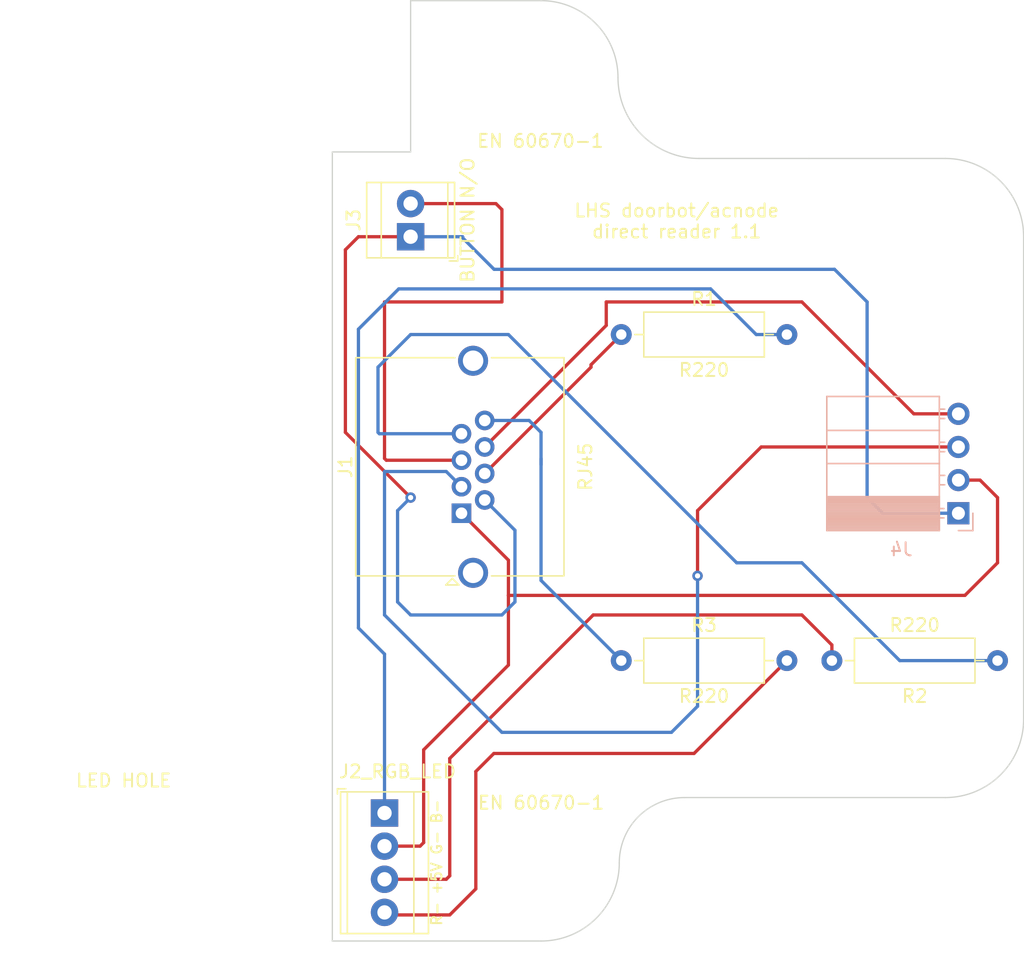
<source format=kicad_pcb>
(kicad_pcb (version 20211014) (generator pcbnew)
  (layers (0 "F.Cu" signal) (31 "B.Cu" signal) (34 "B.Paste" user) (35 "F.Paste" user) (36 "B.SilkS" user "B.Silkscreen") (37 "F.SilkS" user "F.Silkscreen") (38 "B.Mask" user) (39 "F.Mask" user) (44 "Edge.Cuts" user))
  (net 0 "")
  (net 1 "/+5V_Vcc")
  (net 2 "/PN532_TXD")
  (net 3 "/BTN")
  (net 4 "/GND")
  (net 5 "/CAT5_WHITE{slash}BROWN")
  (net 6 "/CAT5_BLUE")
  (net 7 "/PN532_RXD")
  (net 8 "/CAT5_BROWN")
  (net 9 "/LED_RED-")
  (net 10 "/LED_GREEN-")
  (net 11 "/LED_BLUE-")
  (footprint "TerminalBlock_TE-Connectivity:TerminalBlock_TE_282834-2_1x02_P2.54mm_Horizontal" (layer "F.Cu") (at 85 55 90)
    (fp_text reference "J3" (at 1.27 -4.37 90) (layer "F.SilkS"))
    (fp_text value "BUTTON N/O" (at 1.27 4.37 90) (layer "F.SilkS"))
    (fp_line (start -1.86 2.97) (end -1.86 3.61) (layer "F.SilkS") (width 0.12))
    (fp_line (start -1.62 -2.25) (end 4.16 -2.25) (layer "F.SilkS") (width 0.12))
    (fp_line (start -1.62 -3.37) (end -1.62 3.37) (layer "F.SilkS") (width 0.12))
    (fp_line (start -1.62 -3.37) (end 4.16 -3.37) (layer "F.SilkS") (width 0.12))
    (fp_line (start 4.16 -3.37) (end 4.16 3.37) (layer "F.SilkS") (width 0.12))
    (fp_line (start -1.86 3.61) (end -1.46 3.61) (layer "F.SilkS") (width 0.12))
    (fp_line (start -1.62 2.85) (end 4.16 2.85) (layer "F.SilkS") (width 0.12))
    (fp_line (start -1.62 3.37) (end 4.16 3.37) (layer "F.SilkS") (width 0.12))
    (pad "1" thru_hole rect locked (at 0 0 90) (size 2.1 2.1) (drill 1.1) (layers *.Cu *.Mask) (net 4 "/GND"))
    (pad "2" thru_hole circle locked (at 2.54 0 90) (size 2.1 2.1) (drill 1.1) (layers *.Cu *.Mask) (net 3 "/BTN"))
  )
  (footprint "Connector_RJ:RJ45_Amphenol_RJHSE5380" (layer "F.Cu") (at 88.9 76.2 90)
    (fp_text reference "J1" (at 3.56 -8.9 90) (layer "F.SilkS"))
    (fp_text value "RJ45" (at 3.56 9.5 90) (layer "F.SilkS"))
    (fp_line (start -4.805 7.86) (end -4.805 2.3) (layer "F.SilkS") (width 0.12))
    (fp_line (start -4.76 -8.11) (end 11.88 -8.11) (layer "F.SilkS") (width 0.12))
    (fp_line (start -4.76 7.86) (end 11.925 7.86) (layer "F.SilkS") (width 0.12))
    (fp_line (start -5 -0.7) (end -5.5 -0.2) (layer "F.SilkS") (width 0.12))
    (fp_line (start -5.5 -0.2) (end -5.5 -1.2) (layer "F.SilkS") (width 0.12))
    (fp_line (start 11.925 7.86) (end 11.925 2.3) (layer "F.SilkS") (width 0.12))
    (fp_line (start -5.5 -1.2) (end -5 -0.7) (layer "F.SilkS") (width 0.12))
    (fp_line (start 11.925 -8.11) (end 11.925 -0.5) (layer "F.SilkS") (width 0.12))
    (fp_line (start -4.805 -8.11) (end -4.805 -0.5) (layer "F.SilkS") (width 0.12))
    (pad "" np_thru_hole circle locked (at -2.79 -2.54 90) (size 3.25 3.25) (drill 3.25) (layers *.Cu *.Mask))
    (pad "" np_thru_hole circle locked (at 9.91 -2.54 90) (size 3.25 3.25) (drill 3.25) (layers *.Cu *.Mask))
    (pad "1" thru_hole rect locked (at 0 0 90) (size 1.5 1.5) (drill 0.89) (layers *.Cu *.Mask) (net 1 "/+5V_Vcc"))
    (pad "2" thru_hole circle locked (at 1.016 1.78 90) (size 1.5 1.5) (drill 0.89) (layers *.Cu *.Mask) (net 4 "/GND"))
    (pad "3" thru_hole circle locked (at 2.032 0 90) (size 1.5 1.5) (drill 0.89) (layers *.Cu *.Mask) (net 2 "/PN532_TXD"))
    (pad "4" thru_hole circle locked (at 3.048 1.78 90) (size 1.5 1.5) (drill 0.89) (layers *.Cu *.Mask) (net 6 "/CAT5_BLUE"))
    (pad "5" thru_hole circle locked (at 4.064 0 90) (size 1.5 1.5) (drill 0.89) (layers *.Cu *.Mask) (net 3 "/BTN"))
    (pad "6" thru_hole circle locked (at 5.08 1.78 90) (size 1.5 1.5) (drill 0.89) (layers *.Cu *.Mask) (net 7 "/PN532_RXD"))
    (pad "7" thru_hole circle locked (at 6.096 0 90) (size 1.5 1.5) (drill 0.89) (layers *.Cu *.Mask) (net 5 "/CAT5_WHITE{slash}BROWN"))
    (pad "8" thru_hole circle locked (at 7.112 1.78 90) (size 1.5 1.5) (drill 0.89) (layers *.Cu *.Mask) (net 8 "/CAT5_BROWN"))
    (pad "SH" thru_hole circle locked (at 11.69 0.89 90) (size 2.3 2.3) (drill 1.57) (layers *.Cu *.Mask))
    (pad "SH" thru_hole circle locked (at -4.57 0.89 90) (size 2.3 2.3) (drill 1.57) (layers *.Cu *.Mask))
  )
  (footprint "MountingHole:MountingHole_3.7mm" (layer "F.Cu") (at 95 42.8)
    (fp_text reference "EN 60670-1" (at -0.05 4.86 180) (layer "F.SilkS"))
    (fp_text value "MountingHole_3.7mm")
    (pad "" np_thru_hole circle locked (at 0 0) (size 3.7 3.7) (drill 3.7) (layers *.Cu *.Mask))
  )
  (footprint "Resistor_THT:R_Axial_DIN0309_L9.0mm_D3.2mm_P12.70mm_Horizontal" (layer "F.Cu") (at 101.15 62.5)
    (fp_text reference "R1" (at 6.35 -2.72) (layer "F.SilkS"))
    (fp_text value "R220" (at 6.35 2.72) (layer "F.SilkS"))
    (fp_line (start 1.73 1.72) (end 10.97 1.72) (layer "F.SilkS") (width 0.12))
    (fp_line (start 1.73 -1.72) (end 1.73 1.72) (layer "F.SilkS") (width 0.12))
    (fp_line (start 1.04 0) (end 1.73 0) (layer "F.SilkS") (width 0.12))
    (fp_line (start 10.97 -1.72) (end 1.73 -1.72) (layer "F.SilkS") (width 0.12))
    (fp_line (start 11.66 0) (end 10.97 0) (layer "F.SilkS") (width 0.12))
    (fp_line (start 10.97 1.72) (end 10.97 -1.72) (layer "F.SilkS") (width 0.12))
    (pad "1" thru_hole circle locked (at 0 0) (size 1.6 1.6) (drill 0.8) (layers *.Cu *.Mask) (net 6 "/CAT5_BLUE"))
    (pad "2" thru_hole oval locked (at 12.7 0) (size 1.6 1.6) (drill 0.8) (layers *.Cu *.Mask) (net 9 "/LED_RED-"))
  )
  (footprint "MountingHole:MountingHole_3.7mm" (layer "F.Cu") (at 95 103.1)
    (fp_text reference "EN 60670-1" (at 0 -4.7) (layer "F.SilkS"))
    (fp_text value "MountingHole_3.7mm")
    (pad "" np_thru_hole circle locked (at 0 0) (size 3.7 3.7) (drill 3.7) (layers *.Cu *.Mask))
  )
  (footprint "TerminalBlock_TE-Connectivity:TerminalBlock_TE_282834-4_1x04_P2.54mm_Horizontal" (layer "F.Cu") (at 83 99.185 -90)
    (fp_text reference "J2_RGB_LED" (at -3.185 -1 180) (layer "F.SilkS"))
    (fp_text value "R- +5V G- B-" (at 3.8105 -4 90) (layer "F.SilkS") (effects (font (size 0.8 0.8))))
    (fp_line (start -1.62 -3.37) (end 9.241 -3.37) (layer "F.SilkS") (width 0.12))
    (fp_line (start -1.86 3.61) (end -1.46 3.61) (layer "F.SilkS") (width 0.12))
    (fp_line (start -1.86 2.97) (end -1.86 3.61) (layer "F.SilkS") (width 0.12))
    (fp_line (start 9.241 -3.37) (end 9.241 3.37) (layer "F.SilkS") (width 0.12))
    (fp_line (start -1.62 -2.25) (end 9.241 -2.25) (layer "F.SilkS") (width 0.12))
    (fp_line (start -1.62 3.37) (end 9.241 3.37) (layer "F.SilkS") (width 0.12))
    (fp_line (start -1.62 2.85) (end 9.241 2.85) (layer "F.SilkS") (width 0.12))
    (fp_line (start -1.62 -3.37) (end -1.62 3.37) (layer "F.SilkS") (width 0.12))
    (pad "1" thru_hole rect locked (at 0 0 270) (size 2.1 2.1) (drill 1.1) (layers *.Cu *.Mask) (net 9 "/LED_RED-"))
    (pad "2" thru_hole circle locked (at 2.54 0 270) (size 2.1 2.1) (drill 1.1) (layers *.Cu *.Mask) (net 1 "/+5V_Vcc"))
    (pad "3" thru_hole circle locked (at 5.08 0 270) (size 2.1 2.1) (drill 1.1) (layers *.Cu *.Mask) (net 10 "/LED_GREEN-"))
    (pad "4" thru_hole circle locked (at 7.62 0 270) (size 2.1 2.1) (drill 1.1) (layers *.Cu *.Mask) (net 11 "/LED_BLUE-"))
  )
  (footprint "MountingHole:MountingHole_5.3mm_M5" (layer "F.Cu") (at 63 103)
    (fp_text reference "LED HOLE" (at 0 -6.3) (layer "F.SilkS"))
    (fp_text value "MountingHole_5.3mm_M5")
    (pad "" np_thru_hole circle locked (at 0 0) (size 5.3 5.3) (drill 5.3) (layers *.Cu *.Mask))
  )
  (footprint "Resistor_THT:R_Axial_DIN0309_L9.0mm_D3.2mm_P12.70mm_Horizontal" (layer "F.Cu") (at 130 87.5 180)
    (fp_text reference "R2" (at 6.35 -2.72) (layer "F.SilkS"))
    (fp_text value "R220" (at 6.35 2.72) (layer "F.SilkS"))
    (fp_line (start 10.97 -1.72) (end 1.73 -1.72) (layer "F.SilkS") (width 0.12))
    (fp_line (start 10.97 1.72) (end 10.97 -1.72) (layer "F.SilkS") (width 0.12))
    (fp_line (start 1.04 0) (end 1.73 0) (layer "F.SilkS") (width 0.12))
    (fp_line (start 1.73 -1.72) (end 1.73 1.72) (layer "F.SilkS") (width 0.12))
    (fp_line (start 11.66 0) (end 10.97 0) (layer "F.SilkS") (width 0.12))
    (fp_line (start 1.73 1.72) (end 10.97 1.72) (layer "F.SilkS") (width 0.12))
    (pad "1" thru_hole circle locked (at 0 0 180) (size 1.6 1.6) (drill 0.8) (layers *.Cu *.Mask) (net 5 "/CAT5_WHITE{slash}BROWN"))
    (pad "2" thru_hole oval locked (at 12.7 0 180) (size 1.6 1.6) (drill 0.8) (layers *.Cu *.Mask) (net 10 "/LED_GREEN-"))
  )
  (footprint "Resistor_THT:R_Axial_DIN0309_L9.0mm_D3.2mm_P12.70mm_Horizontal" (layer "F.Cu") (at 101.15 87.5)
    (fp_text reference "R3" (at 6.35 -2.72) (layer "F.SilkS"))
    (fp_text value "R220" (at 6.35 2.72) (layer "F.SilkS"))
    (fp_line (start 1.73 1.72) (end 10.97 1.72) (layer "F.SilkS") (width 0.12))
    (fp_line (start 10.97 -1.72) (end 1.73 -1.72) (layer "F.SilkS") (width 0.12))
    (fp_line (start 1.04 0) (end 1.73 0) (layer "F.SilkS") (width 0.12))
    (fp_line (start 11.66 0) (end 10.97 0) (layer "F.SilkS") (width 0.12))
    (fp_line (start 1.73 -1.72) (end 1.73 1.72) (layer "F.SilkS") (width 0.12))
    (fp_line (start 10.97 1.72) (end 10.97 -1.72) (layer "F.SilkS") (width 0.12))
    (pad "1" thru_hole circle locked (at 0 0) (size 1.6 1.6) (drill 0.8) (layers *.Cu *.Mask) (net 8 "/CAT5_BROWN"))
    (pad "2" thru_hole oval locked (at 12.7 0) (size 1.6 1.6) (drill 0.8) (layers *.Cu *.Mask) (net 11 "/LED_BLUE-"))
  )
  (footprint "Connector_PinSocket_2.54mm:PinSocket_1x04_P2.54mm_Horizontal" (layer "B.Cu") (at 127 76.2)
    (fp_text reference "J4" (at -4.38 2.77) (layer "B.SilkS") (effects (justify mirror)))
    (fp_text value "Elechouse_V4_Conn")
    (fp_line (start -10.09 0.147145) (end -1.46 0.147145) (layer "B.SilkS") (width 0.12))
    (fp_line (start -1.46 -0.36) (end -1.11 -0.36) (layer "B.SilkS") (width 0.12))
    (fp_line (start -1.46 -7.98) (end -1.05 -7.98) (layer "B.SilkS") (width 0.12))
    (fp_line (start -10.09 1.091905) (end -1.46 1.091905) (layer "B.SilkS") (width 0.12))
    (fp_line (start -1.46 -7.26) (end -1.05 -7.26) (layer "B.SilkS") (width 0.12))
    (fp_line (start -10.09 0.855715) (end -1.46 0.855715) (layer "B.SilkS") (width 0.12))
    (fp_line (start -10.09 -8.95) (end -1.46 -8.95) (layer "B.SilkS") (width 0.12))
    (fp_line (start -10.09 -0.089045) (end -1.46 -0.089045) (layer "B.SilkS") (width 0.12))
    (fp_line (start -1.46 -2.18) (end -1.05 -2.18) (layer "B.SilkS") (width 0.12))
    (fp_line (start -10.09 -1.033805) (end -1.46 -1.033805) (layer "B.SilkS") (width 0.12))
    (fp_line (start -10.09 -1.1519) (end -1.46 -1.1519) (layer "B.SilkS") (width 0.12))
    (fp_line (start -10.09 -1.27) (end -1.46 -1.27) (layer "B.SilkS") (width 0.12))
    (fp_line (start -10.09 1.33) (end -1.46 1.33) (layer "B.SilkS") (width 0.12))
    (fp_line (start -10.09 1.33) (end -10.09 -8.95) (layer "B.SilkS") (width 0.12))
    (fp_line (start -10.09 -0.91571) (end -1.46 -0.91571) (layer "B.SilkS") (width 0.12))
    (fp_line (start -1.46 -5.44) (end -1.05 -5.44) (layer "B.SilkS") (width 0.12))
    (fp_line (start -1.46 -2.9) (end -1.05 -2.9) (layer "B.SilkS") (width 0.12))
    (fp_line (start -10.09 1.21) (end -1.46 1.21) (layer "B.SilkS") (width 0.12))
    (fp_line (start -10.09 0.97381) (end -1.46 0.97381) (layer "B.SilkS") (width 0.12))
    (fp_line (start -1.46 -4.72) (end -1.05 -4.72) (layer "B.SilkS") (width 0.12))
    (fp_line (start -10.09 0.73762) (end -1.46 0.73762) (layer "B.SilkS") (width 0.12))
    (fp_line (start -10.09 -0.67952) (end -1.46 -0.67952) (layer "B.SilkS") (width 0.12))
    (fp_line (start -10.09 -3.81) (end -1.46 -3.81) (layer "B.SilkS") (width 0.12))
    (fp_line (start -10.09 0.619525) (end -1.46 0.619525) (layer "B.SilkS") (width 0.12))
    (fp_line (start -10.09 0.50143) (end -1.46 0.50143) (layer "B.SilkS") (width 0.12))
    (fp_line (start -10.09 0.383335) (end -1.46 0.383335) (layer "B.SilkS") (width 0.12))
    (fp_line (start -10.09 0.26524) (end -1.46 0.26524) (layer "B.SilkS") (width 0.12))
    (fp_line (start -10.09 -0.797615) (end -1.46 -0.797615) (layer "B.SilkS") (width 0.12))
    (fp_line (start -10.09 0.02905) (end -1.46 0.02905) (layer "B.SilkS") (width 0.12))
    (fp_line (start 1.11 1.33) (end 1.11 0) (layer "B.SilkS") (width 0.12))
    (fp_line (start 0 1.33) (end 1.11 1.33) (layer "B.SilkS") (width 0.12))
    (fp_line (start -10.09 -0.44333) (end -1.46 -0.44333) (layer "B.SilkS") (width 0.12))
    (fp_line (start -10.09 -0.561425) (end -1.46 -0.561425) (layer "B.SilkS") (width 0.12))
    (fp_line (start -10.09 -6.35) (end -1.46 -6.35) (layer "B.SilkS") (width 0.12))
    (fp_line (start -10.09 -0.325235) (end -1.46 -0.325235) (layer "B.SilkS") (width 0.12))
    (fp_line (start -10.09 -0.20714) (end -1.46 -0.20714) (layer "B.SilkS") (width 0.12))
    (fp_line (start -1.46 0.36) (end -1.11 0.36) (layer "B.SilkS") (width 0.12))
    (fp_line (start -1.46 1.33) (end -1.46 -8.95) (layer "B.SilkS") (width 0.12))
    (pad "1" thru_hole rect locked (at 0 0) (size 1.7 1.7) (drill 1) (layers *.Cu *.Mask) (net 4 "/GND"))
    (pad "2" thru_hole oval locked (at 0 -2.54) (size 1.7 1.7) (drill 1) (layers *.Cu *.Mask) (net 1 "/+5V_Vcc"))
    (pad "3" thru_hole oval locked (at 0 -5.08) (size 1.7 1.7) (drill 1) (layers *.Cu *.Mask) (net 2 "/PN532_TXD"))
    (pad "4" thru_hole oval locked (at 0 -7.62) (size 1.7 1.7) (drill 1) (layers *.Cu *.Mask) (net 7 "/PN532_RXD"))
  )
  (gr_arc (start 132 92) (mid 130.242641 96.24264) (end 126 98) (layer "Edge.Cuts") (width 0.1))
  (gr_line (start 79 109) (end 95 109) (layer "Edge.Cuts") (width 0.1))
  (gr_arc (start 107.11 49) (mid 102.722401 47.184668) (end 100.9 42.8) (layer "Edge.Cuts") (width 0.1))
  (gr_line (start 132 55) (end 132 92) (layer "Edge.Cuts") (width 0.1))
  (gr_line (start 107.11 49) (end 115.52 49) (layer "Edge.Cuts") (width 0.1))
  (gr_arc (start 126 49) (mid 130.242641 50.757359) (end 132 55) (layer "Edge.Cuts") (width 0.1))
  (gr_line (start 85 48.5) (end 85 36.9) (layer "Edge.Cuts") (width 0.1))
  (gr_arc (start 101 103) (mid 102.464466 99.464467) (end 106 98) (layer "Edge.Cuts") (width 0.1))
  (gr_line (start 79 48.5) (end 85 48.5) (layer "Edge.Cuts") (width 0.1))
  (gr_line (start 95 36.9) (end 85 36.9) (layer "Edge.Cuts") (width 0.1))
  (gr_line (start 106 98) (end 126 98) (layer "Edge.Cuts") (width 0.1))
  (gr_arc (start 95 36.9) (mid 99.17193 38.62807) (end 100.9 42.8) (layer "Edge.Cuts") (width 0.1))
  (gr_arc (start 101 103) (mid 99.242641 107.242641) (end 95 109) (layer "Edge.Cuts") (width 0.1))
  (gr_line (start 115.52 49) (end 126 49) (layer "Edge.Cuts") (width 0.1))
  (gr_line (start 79 109) (end 79 48.5) (layer "Edge.Cuts") (width 0.1))
  (gr_text "LHS doorbot/acnode\ndirect reader 1.1" (at 105.4 53.8) (layer "F.SilkS") (effects (font (size 1 1))))
  (segment (start 86 94.34) (end 92.5 87.84) (width 0.25) (layer "F.Cu") (net 1))
  (segment (start 92.5 79.8) (end 92.5 82.5) (width 0.25) (layer "F.Cu") (net 1))
  (segment (start 85.725 101.725) (end 86 101.45) (width 0.25) (layer "F.Cu") (net 1))
  (segment (start 130 75) (end 128.66 73.66) (width 0.25) (layer "F.Cu") (net 1))
  (segment (start 92.5 87.84) (end 92.5 82.5) (width 0.25) (layer "F.Cu") (net 1))
  (segment (start 130 80) (end 130 75) (width 0.25) (layer "F.Cu") (net 1))
  (segment (start 92.5 82.5) (end 127.5 82.5) (width 0.25) (layer "F.Cu") (net 1))
  (segment (start 128.66 73.66) (end 127 73.66) (width 0.25) (layer "F.Cu") (net 1))
  (segment (start 127.5 82.5) (end 130 80) (width 0.25) (layer "F.Cu") (net 1))
  (segment (start 86 101.45) (end 86 94.34) (width 0.25) (layer "F.Cu") (net 1))
  (segment (start 83 101.725) (end 85.725 101.725) (width 0.25) (layer "F.Cu") (net 1))
  (segment (start 88.9 76.2) (end 92.5 79.8) (width 0.25) (layer "F.Cu") (net 1))
  (segment (start 111.88 71.12) (end 107 76) (width 0.25) (layer "F.Cu") (net 2))
  (segment (start 107 76) (end 107 81) (width 0.25) (layer "F.Cu") (net 2))
  (segment (start 127 71.12) (end 111.88 71.12) (width 0.25) (layer "F.Cu") (net 2))
  (via (at 107 81) (size 0.8) (drill 0.4) (layers "F.Cu" "B.Cu") (net 2))
  (segment (start 107 91) (end 105 93) (width 0.25) (layer "B.Cu") (net 2))
  (segment (start 88.9 74.168) (end 87.732 73) (width 0.25) (layer "B.Cu") (net 2))
  (segment (start 105 93) (end 92 93) (width 0.25) (layer "B.Cu") (net 2))
  (segment (start 83 73) (end 83 84) (width 0.25) (layer "B.Cu") (net 2))
  (segment (start 107 81) (end 107 91) (width 0.25) (layer "B.Cu") (net 2))
  (segment (start 83 84) (end 92 93) (width 0.25) (layer "B.Cu") (net 2))
  (segment (start 87.732 73) (end 83 73) (width 0.25) (layer "B.Cu") (net 2))
  (segment (start 83 60) (end 92 60) (width 0.25) (layer "F.Cu") (net 3))
  (segment (start 83.136 72.136) (end 83 72) (width 0.25) (layer "F.Cu") (net 3))
  (segment (start 88.9 72.136) (end 83.136 72.136) (width 0.25) (layer "F.Cu") (net 3))
  (segment (start 83 72) (end 83 60) (width 0.25) (layer "F.Cu") (net 3))
  (segment (start 92 60) (end 92 52.92) (width 0.25) (layer "F.Cu") (net 3))
  (segment (start 92 52.92) (end 91.54 52.46) (width 0.25) (layer "F.Cu") (net 3))
  (segment (start 91.54 52.46) (end 85 52.46) (width 0.25) (layer "F.Cu") (net 3))
  (segment (start 80 70) (end 85 75) (width 0.25) (layer "F.Cu") (net 4))
  (segment (start 80 56) (end 80 70) (width 0.25) (layer "F.Cu") (net 4))
  (segment (start 81 55) (end 80 56) (width 0.25) (layer "F.Cu") (net 4))
  (segment (start 85 55) (end 81 55) (width 0.25) (layer "F.Cu") (net 4))
  (via (at 85 75) (size 0.8) (drill 0.4) (layers "F.Cu" "B.Cu") (net 4))
  (segment (start 117.5 57.5) (end 120 60) (width 0.25) (layer "B.Cu") (net 4))
  (segment (start 85 84) (end 84 83) (width 0.25) (layer "B.Cu") (net 4))
  (segment (start 91.4 57.5) (end 117.5 57.5) (width 0.25) (layer "B.Cu") (net 4))
  (segment (start 93 83) (end 92 84) (width 0.25) (layer "B.Cu") (net 4))
  (segment (start 85 55) (end 89 55) (width 0.25) (layer "B.Cu") (net 4))
  (segment (start 120 60) (end 120 75) (width 0.25) (layer "B.Cu") (net 4))
  (segment (start 88.9 55) (end 91.4 57.5) (width 0.25) (layer "B.Cu") (net 4))
  (segment (start 93 77.504) (end 93 83) (width 0.25) (layer "B.Cu") (net 4))
  (segment (start 84 83) (end 84 76) (width 0.25) (layer "B.Cu") (net 4))
  (segment (start 84 76) (end 85 75) (width 0.25) (layer "B.Cu") (net 4))
  (segment (start 121.2 76.2) (end 127 76.2) (width 0.25) (layer "B.Cu") (net 4))
  (segment (start 92 84) (end 85 84) (width 0.25) (layer "B.Cu") (net 4))
  (segment (start 120 75) (end 121.2 76.2) (width 0.25) (layer "B.Cu") (net 4))
  (segment (start 90.68 75.184) (end 93 77.504) (width 0.25) (layer "B.Cu") (net 4))
  (segment (start 85 62.5) (end 82.5 65) (width 0.25) (layer "B.Cu") (net 5))
  (segment (start 82.5 65) (end 82.5 70) (width 0.25) (layer "B.Cu") (net 5))
  (segment (start 110 80) (end 92.5 62.5) (width 0.25) (layer "B.Cu") (net 5))
  (segment (start 122.5 87.5) (end 115 80) (width 0.25) (layer "B.Cu") (net 5))
  (segment (start 115 80) (end 110 80) (width 0.25) (layer "B.Cu") (net 5))
  (segment (start 130 87.5) (end 122.5 87.5) (width 0.25) (layer "B.Cu") (net 5))
  (segment (start 92.5 62.5) (end 85 62.5) (width 0.25) (layer "B.Cu") (net 5))
  (segment (start 82.5 70) (end 82.604 70.104) (width 0.25) (layer "B.Cu") (net 5))
  (segment (start 82.604 70.104) (end 88.9 70.104) (width 0.25) (layer "B.Cu") (net 5))
  (segment (start 90.68 73.152) (end 98.832 65) (width 0.25) (layer "F.Cu") (net 6))
  (segment (start 98.832 65) (end 98.832 64.818) (width 0.25) (layer "F.Cu") (net 6))
  (segment (start 98.832 64.818) (end 101.15 62.5) (width 0.25) (layer "F.Cu") (net 6))
  (segment (start 127 68.58) (end 123.58 68.58) (width 0.25) (layer "F.Cu") (net 7))
  (segment (start 100 60) (end 100 61.8) (width 0.25) (layer "F.Cu") (net 7))
  (segment (start 115 60) (end 100 60) (width 0.25) (layer "F.Cu") (net 7))
  (segment (start 100 61.8) (end 90.68 71.12) (width 0.25) (layer "F.Cu") (net 7))
  (segment (start 123.58 68.58) (end 115 60) (width 0.25) (layer "F.Cu") (net 7))
  (segment (start 95 81.35) (end 95 72) (width 0.25) (layer "B.Cu") (net 8))
  (segment (start 95 70) (end 94.088 69.088) (width 0.25) (layer "B.Cu") (net 8))
  (segment (start 95 72.5) (end 95 70) (width 0.25) (layer "B.Cu") (net 8))
  (segment (start 94.088 69.088) (end 90.68 69.088) (width 0.25) (layer "B.Cu") (net 8))
  (segment (start 101.15 87.5) (end 95 81.35) (width 0.25) (layer "B.Cu") (net 8))
  (segment (start 108 59) (end 111.5 62.5) (width 0.25) (layer "B.Cu") (net 9))
  (segment (start 111.5 62.5) (end 113.85 62.5) (width 0.25) (layer "B.Cu") (net 9))
  (segment (start 83 99.185) (end 83 87) (width 0.25) (layer "B.Cu") (net 9))
  (segment (start 84.089398 59) (end 108 59) (width 0.25) (layer "B.Cu") (net 9))
  (segment (start 81 62.089398) (end 84.089398 59) (width 0.25) (layer "B.Cu") (net 9))
  (segment (start 81 85) (end 81 62.089398) (width 0.25) (layer "B.Cu") (net 9))
  (segment (start 83 87) (end 81 85) (width 0.25) (layer "B.Cu") (net 9))
  (segment (start 88 95) (end 99 84) (width 0.25) (layer "F.Cu") (net 10))
  (segment (start 83 104.265) (end 87.735 104.265) (width 0.25) (layer "F.Cu") (net 10))
  (segment (start 99 84) (end 115 84) (width 0.25) (layer "F.Cu") (net 10))
  (segment (start 88 104) (end 88 95) (width 0.25) (layer "F.Cu") (net 10))
  (segment (start 87.735 104.265) (end 88 104) (width 0.25) (layer "F.Cu") (net 10))
  (segment (start 117.3 86.3) (end 117.3 87.5) (width 0.25) (layer "F.Cu") (net 10))
  (segment (start 115 84) (end 117.3 86.3) (width 0.25) (layer "F.Cu") (net 10))
  (segment (start 106.73 94.62) (end 113.85 87.5) (width 0.25) (layer "F.Cu") (net 11))
  (segment (start 90 96) (end 91.38 94.62) (width 0.25) (layer "F.Cu") (net 11))
  (segment (start 91.38 94.62) (end 106.73 94.62) (width 0.25) (layer "F.Cu") (net 11))
  (segment (start 83 106.805) (end 83 107) (width 0.25) (layer "F.Cu") (net 11))
  (segment (start 90 105) (end 90 96) (width 0.25) (layer "F.Cu") (net 11))
  (segment (start 88 107) (end 90 105) (width 0.25) (layer "F.Cu") (net 11))
  (segment (start 83 107) (end 88 107) (width 0.25) (layer "F.Cu") (net 11))
)
</source>
